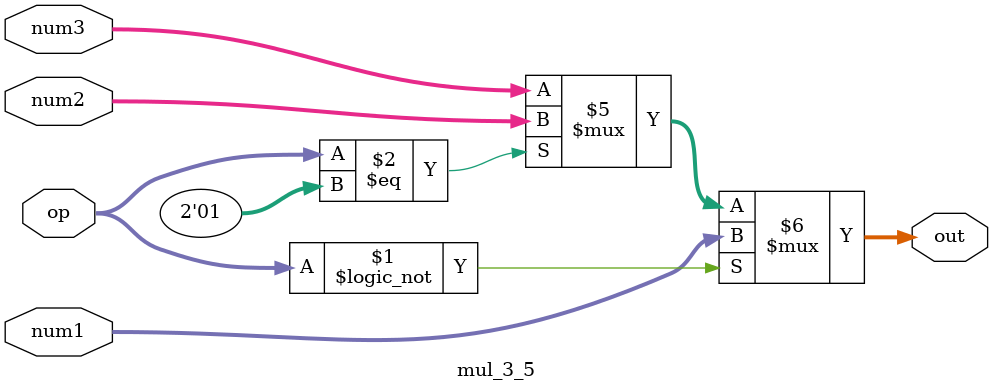
<source format=v>
module mul_2_32(op,num1,num2,out);
  input              op;
  input   [31:0]     num1;
  input   [31:0]     num2;
  output  [31:0]     out;
  
  assign out = (op=='b0)?   num1:num2;
endmodule 

module mul_6_32(op,num1,num2,num3,num4,num5,num6,out);
  input      [2:0]            op;
  input      [31:0]       num1,num2,num3,num4,num5,num6;
  output     [31:0]       out;
  
  
  assign out = (op == 3'b000)? num1:
               (op == 3'b001)? num2:
               (op == 3'b010)? num3:
               (op == 3'b011)? num4:
               (op == 3'b100)? num5:
               (op == 3'b101)? num6:num6;

endmodule 
      

module mul_3_5(op,num1,num2,num3,out);
  input      [1:0]            op;
  input      [4:0]       num1,num2,num3;
  output     [4:0]       out;

  
  assign out = (op == 2'b00)? num1:
               (op == 2'b01)? num2:
               (op == 2'b10)? num3:num3;

    
endmodule 
</source>
